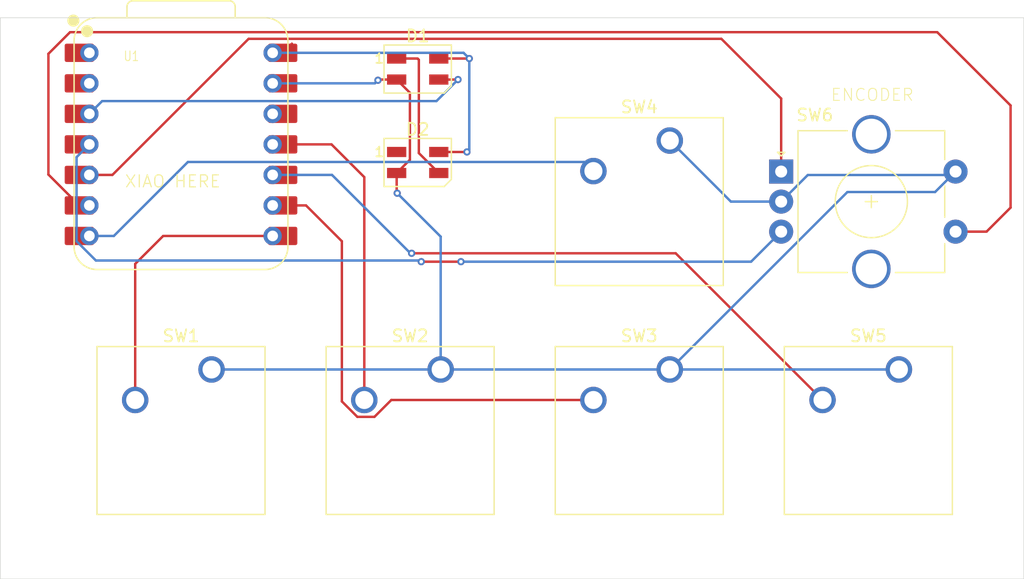
<source format=kicad_pcb>
(kicad_pcb (version 20241229) (generator "pcbnew") (generator_version "9.0")
  (layers (0 "F.Cu" signal) (2 "B.Cu" signal) (13 "F.Paste" user) (15 "B.Paste" user) (5 "F.SilkS" user "F.Silkscreen") (7 "B.SilkS" user "B.Silkscreen") (1 "F.Mask" user) (3 "B.Mask" user) (25 "Edge.Cuts" user))
  (net 0 "")
  (net 1 "Net-(D1-DIN)")
  (net 2 "GND")
  (net 3 "Net-(D1-DOUT)")
  (net 4 "+5V")
  (net 5 "Net-(U1-GPIO1{slash}RX)")
  (net 6 "Net-(U1-GPIO3{slash}MOSI)")
  (net 7 "Net-(U1-GPIO2{slash}SCK)")
  (net 8 "Net-(U1-GPIO4{slash}MISO)")
  (net 10 "Net-(U1-GPIO0{slash}TX)")
  (net 12 "Net-(U1-GPIO7{slash}SCL)")
  (net 13 "Net-(U1-GPIO29{slash}ADC3{slash}A3)")
  (net 14 "Net-(U1-GPIO6{slash}SDA)")
  (footprint "Rotary_Encoder:RotaryEncoder_Alps_EC11E-Switch_Vertical_H20mm_CircularMountingHoles" (layer "F.Cu") (at 173.725 35.6)
    (property "Reference" "SW6" (at 2.8 -4.7 0) (layer "F.SilkS"))
    (property "Value" "RotaryEncoder_Switch")
    (fp_line (start -0.3 -1.6) (end 0.3 -1.6) (stroke (width 0.12)) (layer "F.SilkS"))
    (fp_line (start 0 -1.3) (end -0.3 -1.6) (stroke (width 0.12)) (layer "F.SilkS"))
    (fp_line (start 0.3 -1.6) (end 0 -1.3) (stroke (width 0.12)) (layer "F.SilkS"))
    (fp_line (start 1.4 -3.4) (end 1.4 8.4) (stroke (width 0.12)) (layer "F.SilkS"))
    (fp_line (start 5.5 -3.4) (end 1.4 -3.4) (stroke (width 0.12)) (layer "F.SilkS"))
    (fp_line (start 5.5 8.4) (end 1.4 8.4) (stroke (width 0.12)) (layer "F.SilkS"))
    (fp_line (start 7 2.5) (end 8 2.5) (stroke (width 0.12)) (layer "F.SilkS"))
    (fp_line (start 7.5 2) (end 7.5 3) (stroke (width 0.12)) (layer "F.SilkS"))
    (fp_line (start 9.5 -3.4) (end 13.6 -3.4) (stroke (width 0.12)) (layer "F.SilkS"))
    (fp_line (start 13.6 -3.4) (end 13.6 -1) (stroke (width 0.12)) (layer "F.SilkS"))
    (fp_line (start 13.6 1.2) (end 13.6 3.8) (stroke (width 0.12)) (layer "F.SilkS"))
    (fp_line (start 13.6 6) (end 13.6 8.4) (stroke (width 0.12)) (layer "F.SilkS"))
    (fp_line (start 13.6 8.4) (end 9.5 8.4) (stroke (width 0.12)) (layer "F.SilkS"))
    (fp_circle (center 7.5 2.5) (end 10.5 2.5) (stroke (width 0.12)) (fill no) (layer "F.SilkS"))
    (pad "A" thru_hole rect (at 0 0) (size 2 2) (drill 1) (layers "*.Cu" "*.Mask") (net 14 "Net-(U1-GPIO6{slash}SDA)"))
    (pad "B" thru_hole circle (at 0 5) (size 2 2) (drill 1) (layers "*.Cu" "*.Mask") (net 13 "Net-(U1-GPIO29{slash}ADC3{slash}A3)"))
    (pad "C" thru_hole circle (at 0 2.5) (size 2 2) (drill 1) (layers "*.Cu" "*.Mask") (net 2 "GND"))
    (pad "MP" thru_hole circle (at 7.5 -3.1) (size 3.2 3.2) (drill 2.6) (layers "*.Cu" "*.Mask"))
    (pad "MP" thru_hole circle (at 7.5 8.1) (size 3.2 3.2) (drill 2.6) (layers "*.Cu" "*.Mask"))
    (pad "S1" thru_hole circle (at 14.5 5) (size 2 2) (drill 1) (layers "*.Cu" "*.Mask") (net 12 "Net-(U1-GPIO7{slash}SCL)"))
    (pad "S2" thru_hole circle (at 14.5 0) (size 2 2) (drill 1) (layers "*.Cu" "*.Mask") (net 2 "GND"))
  )
  (footprint "LED_SMD:LED_SK6812MINI_PLCC4_3.5x3.5mm_P1.75mm" (layer "F.Cu") (at 143.50625 27.06875)
    (property "Reference" "D1" (at 0 -2.75 0) (layer "F.SilkS"))
    (property "Value" "SK6812MINI")
    (fp_line (start -2.8 -2) (end -2.8 2) (stroke (width 0.12)) (layer "F.SilkS"))
    (fp_line (start -2.8 -2) (end 2.8 -2) (stroke (width 0.12)) (layer "F.SilkS"))
    (fp_line (start -2.8 2) (end 2.2 2) (stroke (width 0.12)) (layer "F.SilkS"))
    (fp_line (start 2.8 1.4) (end 2.2 2) (stroke (width 0.12)) (layer "F.SilkS"))
    (fp_line (start 2.8 1.4) (end 2.8 -2) (stroke (width 0.12)) (layer "F.SilkS"))
    (fp_text user "1" (at -3.2 -0.875 0) (layer "F.SilkS") (effects (font (size 0.8 0.8))))
    (pad "1" smd rect (at -1.75 -0.875) (size 1.6 0.85) (layers "F.Cu" "F.Mask" "F.Paste") (net 3 "Net-(D1-DOUT)"))
    (pad "2" smd rect (at -1.75 0.875) (size 1.6 0.85) (layers "F.Cu" "F.Mask" "F.Paste") (net 2 "GND"))
    (pad "3" smd rect (at 1.75 0.875) (size 1.6 0.85) (layers "F.Cu" "F.Mask" "F.Paste") (net 1 "Net-(D1-DIN)"))
    (pad "4" smd rect (at 1.75 -0.875) (size 1.6 0.85) (layers "F.Cu" "F.Mask" "F.Paste") (net 4 "+5V"))
  )
  (footprint "Button_Switch_Keyboard:SW_Cherry_MX_1.00u_PCB" (layer "F.Cu") (at 126.365 52.07)
    (property "Reference" "SW1" (at -2.54 -2.794 0) (layer "F.SilkS"))
    (property "Value" "SW_Push")
    (fp_line (start -9.525 -1.905) (end 4.445 -1.905) (stroke (width 0.12)) (layer "F.SilkS"))
    (fp_line (start -9.525 12.065) (end -9.525 -1.905) (stroke (width 0.12)) (layer "F.SilkS"))
    (fp_line (start 4.445 -1.905) (end 4.445 12.065) (stroke (width 0.12)) (layer "F.SilkS"))
    (fp_line (start 4.445 12.065) (end -9.525 12.065) (stroke (width 0.12)) (layer "F.SilkS"))
    (pad "" np_thru_hole circle (at -7.62 5.08) (size 1.7 1.7) (drill 1.7) (layers "*.Cu" "*.Mask"))
    (pad "" np_thru_hole circle (at -2.54 5.08) (size 4 4) (drill 4) (layers "*.Cu" "*.Mask"))
    (pad "" np_thru_hole circle (at 2.54 5.08) (size 1.7 1.7) (drill 1.7) (layers "*.Cu" "*.Mask"))
    (pad "1" thru_hole circle (at 0 0) (size 2.2 2.2) (drill 1.5) (layers "*.Cu" "*.Mask") (net 2 "GND"))
    (pad "2" thru_hole circle (at -6.35 2.54) (size 2.2 2.2) (drill 1.5) (layers "*.Cu" "*.Mask") (net 5 "Net-(U1-GPIO1{slash}RX)"))
  )
  (footprint "Button_Switch_Keyboard:SW_Cherry_MX_1.00u_PCB" (layer "F.Cu") (at 145.415 52.07)
    (property "Reference" "SW2" (at -2.54 -2.794 0) (layer "F.SilkS"))
    (property "Value" "SW_Push")
    (fp_line (start -9.525 -1.905) (end 4.445 -1.905) (stroke (width 0.12)) (layer "F.SilkS"))
    (fp_line (start -9.525 12.065) (end -9.525 -1.905) (stroke (width 0.12)) (layer "F.SilkS"))
    (fp_line (start 4.445 -1.905) (end 4.445 12.065) (stroke (width 0.12)) (layer "F.SilkS"))
    (fp_line (start 4.445 12.065) (end -9.525 12.065) (stroke (width 0.12)) (layer "F.SilkS"))
    (pad "" np_thru_hole circle (at -7.62 5.08) (size 1.7 1.7) (drill 1.7) (layers "*.Cu" "*.Mask"))
    (pad "" np_thru_hole circle (at -2.54 5.08) (size 4 4) (drill 4) (layers "*.Cu" "*.Mask"))
    (pad "" np_thru_hole circle (at 2.54 5.08) (size 1.7 1.7) (drill 1.7) (layers "*.Cu" "*.Mask"))
    (pad "1" thru_hole circle (at 0 0) (size 2.2 2.2) (drill 1.5) (layers "*.Cu" "*.Mask") (net 2 "GND"))
    (pad "2" thru_hole circle (at -6.35 2.54) (size 2.2 2.2) (drill 1.5) (layers "*.Cu" "*.Mask") (net 6 "Net-(U1-GPIO3{slash}MOSI)"))
  )
  (footprint "Button_Switch_Keyboard:SW_Cherry_MX_1.00u_PCB" (layer "F.Cu") (at 183.515 52.07)
    (property "Reference" "SW5" (at -2.54 -2.794 0) (layer "F.SilkS"))
    (property "Value" "SW_Push")
    (fp_line (start -9.525 -1.905) (end 4.445 -1.905) (stroke (width 0.12)) (layer "F.SilkS"))
    (fp_line (start -9.525 12.065) (end -9.525 -1.905) (stroke (width 0.12)) (layer "F.SilkS"))
    (fp_line (start 4.445 -1.905) (end 4.445 12.065) (stroke (width 0.12)) (layer "F.SilkS"))
    (fp_line (start 4.445 12.065) (end -9.525 12.065) (stroke (width 0.12)) (layer "F.SilkS"))
    (pad "" np_thru_hole circle (at -7.62 5.08) (size 1.7 1.7) (drill 1.7) (layers "*.Cu" "*.Mask"))
    (pad "" np_thru_hole circle (at -2.54 5.08) (size 4 4) (drill 4) (layers "*.Cu" "*.Mask"))
    (pad "" np_thru_hole circle (at 2.54 5.08) (size 1.7 1.7) (drill 1.7) (layers "*.Cu" "*.Mask"))
    (pad "1" thru_hole circle (at 0 0) (size 2.2 2.2) (drill 1.5) (layers "*.Cu" "*.Mask") (net 2 "GND"))
    (pad "2" thru_hole circle (at -6.35 2.54) (size 2.2 2.2) (drill 1.5) (layers "*.Cu" "*.Mask") (net 8 "Net-(U1-GPIO4{slash}MISO)"))
  )
  (footprint "Button_Switch_Keyboard:SW_Cherry_MX_1.00u_PCB" (layer "F.Cu") (at 164.465 33.02)
    (property "Reference" "SW4" (at -2.54 -2.794 0) (layer "F.SilkS"))
    (property "Value" "SW_Push")
    (fp_line (start -9.525 -1.905) (end 4.445 -1.905) (stroke (width 0.12)) (layer "F.SilkS"))
    (fp_line (start -9.525 12.065) (end -9.525 -1.905) (stroke (width 0.12)) (layer "F.SilkS"))
    (fp_line (start 4.445 -1.905) (end 4.445 12.065) (stroke (width 0.12)) (layer "F.SilkS"))
    (fp_line (start 4.445 12.065) (end -9.525 12.065) (stroke (width 0.12)) (layer "F.SilkS"))
    (pad "" np_thru_hole circle (at -7.62 5.08) (size 1.7 1.7) (drill 1.7) (layers "*.Cu" "*.Mask"))
    (pad "" np_thru_hole circle (at -2.54 5.08) (size 4 4) (drill 4) (layers "*.Cu" "*.Mask"))
    (pad "" np_thru_hole circle (at 2.54 5.08) (size 1.7 1.7) (drill 1.7) (layers "*.Cu" "*.Mask"))
    (pad "1" thru_hole circle (at 0 0) (size 2.2 2.2) (drill 1.5) (layers "*.Cu" "*.Mask") (net 2 "GND"))
    (pad "2" thru_hole circle (at -6.35 2.54) (size 2.2 2.2) (drill 1.5) (layers "*.Cu" "*.Mask") (net 10 "Net-(U1-GPIO0{slash}TX)"))
  )
  (footprint "Button_Switch_Keyboard:SW_Cherry_MX_1.00u_PCB" (layer "F.Cu") (at 164.465 52.07)
    (property "Reference" "SW3" (at -2.54 -2.794 0) (layer "F.SilkS"))
    (property "Value" "SW_Push")
    (fp_line (start -9.525 -1.905) (end 4.445 -1.905) (stroke (width 0.12)) (layer "F.SilkS"))
    (fp_line (start -9.525 12.065) (end -9.525 -1.905) (stroke (width 0.12)) (layer "F.SilkS"))
    (fp_line (start 4.445 -1.905) (end 4.445 12.065) (stroke (width 0.12)) (layer "F.SilkS"))
    (fp_line (start 4.445 12.065) (end -9.525 12.065) (stroke (width 0.12)) (layer "F.SilkS"))
    (pad "" np_thru_hole circle (at -7.62 5.08) (size 1.7 1.7) (drill 1.7) (layers "*.Cu" "*.Mask"))
    (pad "" np_thru_hole circle (at -2.54 5.08) (size 4 4) (drill 4) (layers "*.Cu" "*.Mask"))
    (pad "" np_thru_hole circle (at 2.54 5.08) (size 1.7 1.7) (drill 1.7) (layers "*.Cu" "*.Mask"))
    (pad "1" thru_hole circle (at 0 0) (size 2.2 2.2) (drill 1.5) (layers "*.Cu" "*.Mask") (net 2 "GND"))
    (pad "2" thru_hole circle (at -6.35 2.54) (size 2.2 2.2) (drill 1.5) (layers "*.Cu" "*.Mask") (net 7 "Net-(U1-GPIO2{slash}SCK)"))
  )
  (footprint "OPL:XIAO-RP2040-DIP" (layer "F.Cu") (at 123.825 33.3375)
    (property "Reference" "U1" (at -4.125 -7.3375 0) (layer "F.SilkS") (effects (font (size 0.8 0.635) (thickness 0.08))))
    (property "Value" "XIAO-RP2040-DIP")
    (fp_line (start -8.89 8.509) (end -8.89 -8.636) (stroke (width 0.127)) (layer "F.SilkS"))
    (fp_line (start -6.985 10.414) (end 6.985 10.414) (stroke (width 0.127)) (layer "F.SilkS"))
    (fp_line (start -4.495 -10.541) (end -4.491272 -11.451272) (stroke (width 0.127)) (layer "F.SilkS"))
    (fp_line (start -3.991272 -11.951) (end 4.004 -11.951) (stroke (width 0.127)) (layer "F.SilkS"))
    (fp_line (start 4.504 -11.451) (end 4.504 -10.541) (stroke (width 0.127)) (layer "F.SilkS"))
    (fp_line (start 6.985 -10.541) (end -6.985 -10.541) (stroke (width 0.1)) (layer "F.SilkS"))
    (fp_line (start 6.985 -10.541) (end -6.985 -10.541) (stroke (width 0.127)) (layer "F.SilkS"))
    (fp_line (start 8.89 8.509) (end 8.89 -8.636) (stroke (width 0.127)) (layer "F.SilkS"))
    (fp_arc (start -8.89 -8.636) (mid -8.332038 -9.983038) (end -6.985 -10.541) (stroke (width 0.127)) (layer "F.SilkS"))
    (fp_arc (start -6.985 10.414) (mid -8.332038 9.856038) (end -8.89 8.509) (stroke (width 0.127)) (layer "F.SilkS"))
    (fp_arc (start -4.491272 -11.451272) (mid -4.344728 -11.80464) (end -3.991272 -11.951) (stroke (width 0.127)) (layer "F.SilkS"))
    (fp_arc (start 4.004 -11.951) (mid 4.357553 -11.804553) (end 4.504 -11.451) (stroke (width 0.127)) (layer "F.SilkS"))
    (fp_arc (start 6.985 -10.541) (mid 8.332038 -9.983038) (end 8.89 -8.636) (stroke (width 0.127)) (layer "F.SilkS"))
    (fp_arc (start 8.89 8.509) (mid 8.332038 9.856038) (end 6.985 10.414) (stroke (width 0.127)) (layer "F.SilkS"))
    (fp_circle (center -8.95 -10.3) (end -8.95 -10.554) (stroke (width 0.5)) (fill yes) (layer "F.SilkS"))
    (fp_circle (center -7.807 -9.42) (end -7.807 -9.674) (stroke (width 0.5)) (fill yes) (layer "F.SilkS"))
    (pad "1" smd roundrect (at -8.455 -7.62 180) (size 2.432 1.524) (layers "F.Cu" "F.Mask") (roundrect_rratio 0.1))
    (pad "1" thru_hole circle (at -7.62 -7.62 180) (size 1.524 1.524) (drill 0.889) (layers "*.Cu" "*.Mask"))
    (pad "2" smd roundrect (at -8.455 -5.08 180) (size 2.432 1.524) (layers "F.Cu" "F.Mask") (roundrect_rratio 0.1))
    (pad "2" thru_hole circle (at -7.62 -5.08 180) (size 1.524 1.524) (drill 0.889) (layers "*.Cu" "*.Mask"))
    (pad "3" smd roundrect (at -8.455 -2.54 180) (size 2.432 1.524) (layers "F.Cu" "F.Mask") (roundrect_rratio 0.1) (net 1 "Net-(D1-DIN)"))
    (pad "3" thru_hole circle (at -7.62 -2.54 180) (size 1.524 1.524) (drill 0.889) (layers "*.Cu" "*.Mask") (net 1 "Net-(D1-DIN)"))
    (pad "4" smd roundrect (at -8.455 0 180) (size 2.432 1.524) (layers "F.Cu" "F.Mask") (roundrect_rratio 0.1) (net 13 "Net-(U1-GPIO29{slash}ADC3{slash}A3)"))
    (pad "4" thru_hole circle (at -7.62 0 180) (size 1.524 1.524) (drill 0.889) (layers "*.Cu" "*.Mask") (net 13 "Net-(U1-GPIO29{slash}ADC3{slash}A3)"))
    (pad "5" smd roundrect (at -8.455 2.54 180) (size 2.432 1.524) (layers "F.Cu" "F.Mask") (roundrect_rratio 0.1) (net 14 "Net-(U1-GPIO6{slash}SDA)"))
    (pad "5" thru_hole circle (at -7.62 2.54 180) (size 1.524 1.524) (drill 0.889) (layers "*.Cu" "*.Mask") (net 14 "Net-(U1-GPIO6{slash}SDA)"))
    (pad "6" smd roundrect (at -8.455 5.08 180) (size 2.432 1.524) (layers "F.Cu" "F.Mask") (roundrect_rratio 0.1) (net 12 "Net-(U1-GPIO7{slash}SCL)"))
    (pad "6" thru_hole circle (at -7.62 5.08 180) (size 1.524 1.524) (drill 0.889) (layers "*.Cu" "*.Mask") (net 12 "Net-(U1-GPIO7{slash}SCL)"))
    (pad "7" smd roundrect (at -8.455 7.62 180) (size 2.432 1.524) (layers "F.Cu" "F.Mask") (roundrect_rratio 0.1) (net 10 "Net-(U1-GPIO0{slash}TX)"))
    (pad "7" thru_hole circle (at -7.62 7.62 180) (size 1.524 1.524) (drill 0.889) (layers "*.Cu" "*.Mask") (net 10 "Net-(U1-GPIO0{slash}TX)"))
    (pad "8" thru_hole circle (at 7.62 7.62) (size 1.524 1.524) (drill 0.889) (layers "*.Cu" "*.Mask") (net 5 "Net-(U1-GPIO1{slash}RX)"))
    (pad "8" smd roundrect (at 8.455 7.62) (size 2.432 1.524) (layers "F.Cu" "F.Mask") (roundrect_rratio 0.1) (net 5 "Net-(U1-GPIO1{slash}RX)"))
    (pad "9" thru_hole circle (at 7.62 5.08) (size 1.524 1.524) (drill 0.889) (layers "*.Cu" "*.Mask") (net 7 "Net-(U1-GPIO2{slash}SCK)"))
    (pad "9" smd roundrect (at 8.455 5.08) (size 2.432 1.524) (layers "F.Cu" "F.Mask") (roundrect_rratio 0.1) (net 7 "Net-(U1-GPIO2{slash}SCK)"))
    (pad "10" thru_hole circle (at 7.62 2.54) (size 1.524 1.524) (drill 0.889) (layers "*.Cu" "*.Mask") (net 8 "Net-(U1-GPIO4{slash}MISO)"))
    (pad "10" smd roundrect (at 8.455 2.54) (size 2.432 1.524) (layers "F.Cu" "F.Mask") (roundrect_rratio 0.1) (net 8 "Net-(U1-GPIO4{slash}MISO)"))
    (pad "11" thru_hole circle (at 7.62 0) (size 1.524 1.524) (drill 0.889) (layers "*.Cu" "*.Mask") (net 6 "Net-(U1-GPIO3{slash}MOSI)"))
    (pad "11" smd roundrect (at 8.455 0) (size 2.432 1.524) (layers "F.Cu" "F.Mask") (roundrect_rratio 0.1) (net 6 "Net-(U1-GPIO3{slash}MOSI)"))
    (pad "12" thru_hole circle (at 7.62 -2.54) (size 1.524 1.524) (drill 0.889) (layers "*.Cu" "*.Mask"))
    (pad "12" smd roundrect (at 8.455 -2.54) (size 2.432 1.524) (layers "F.Cu" "F.Mask") (roundrect_rratio 0.1))
    (pad "13" thru_hole circle (at 7.62 -5.08) (size 1.524 1.524) (drill 0.889) (layers "*.Cu" "*.Mask") (net 2 "GND"))
    (pad "13" smd roundrect (at 8.455 -5.08) (size 2.432 1.524) (layers "F.Cu" "F.Mask") (roundrect_rratio 0.1) (net 2 "GND"))
    (pad "14" thru_hole circle (at 7.62 -7.62) (size 1.524 1.524) (drill 0.889) (layers "*.Cu" "*.Mask") (net 4 "+5V"))
    (pad "14" smd roundrect (at 8.455 -7.62) (size 2.432 1.524) (layers "F.Cu" "F.Mask") (roundrect_rratio 0.1) (net 4 "+5V"))
  )
  (footprint "LED_SMD:LED_SK6812MINI_PLCC4_3.5x3.5mm_P1.75mm" (layer "F.Cu") (at 143.50625 34.84375)
    (property "Reference" "D2" (at 0 -2.75 0) (layer "F.SilkS"))
    (property "Value" "SK6812MINI")
    (fp_line (start -2.8 -2) (end -2.8 2) (stroke (width 0.12)) (layer "F.SilkS"))
    (fp_line (start -2.8 -2) (end 2.8 -2) (stroke (width 0.12)) (layer "F.SilkS"))
    (fp_line (start -2.8 2) (end 2.2 2) (stroke (width 0.12)) (layer "F.SilkS"))
    (fp_line (start 2.8 1.4) (end 2.2 2) (stroke (width 0.12)) (layer "F.SilkS"))
    (fp_line (start 2.8 1.4) (end 2.8 -2) (stroke (width 0.12)) (layer "F.SilkS"))
    (fp_text user "1" (at -3.2 -0.875 0) (layer "F.SilkS") (effects (font (size 0.8 0.8))))
    (pad "1" smd rect (at -1.75 -0.875) (size 1.6 0.85) (layers "F.Cu" "F.Mask" "F.Paste"))
    (pad "2" smd rect (at -1.75 0.875) (size 1.6 0.85) (layers "F.Cu" "F.Mask" "F.Paste") (net 2 "GND"))
    (pad "3" smd rect (at 1.75 0.875) (size 1.6 0.85) (layers "F.Cu" "F.Mask" "F.Paste") (net 3 "Net-(D1-DOUT)"))
    (pad "4" smd rect (at 1.75 -0.875) (size 1.6 0.85) (layers "F.Cu" "F.Mask" "F.Paste") (net 4 "+5V"))
  )
  (gr_rect (start 108.8 22.8) (end 193.9 69.5) (stroke (width 0.05)) (fill no) (layer "Edge.Cuts"))
  (gr_text "ENCODER" (at 177.8 29.8 0) (layer "F.SilkS") (effects (font (size 1 1) (thickness 0.08)) (justify left bottom)))
  (gr_text "XIAO HERE" (at 119.1 37 0) (layer "F.SilkS") (effects (font (size 1 1) (thickness 0.1)) (justify left bottom)))
  (segment (start 145.25625 27.94375) (end 146.85625 27.94375) (width 0.2) (layer "F.Cu") (net 1))
  (segment (start 146.85625 27.94375) (end 146.9 27.9) (width 0.2) (layer "F.Cu") (net 1))
  (via (at 146.85625 27.94375) (size 0.6) (drill 0.3) (layers "F.Cu" "B.Cu") (net 1))
  (segment (start 117.268 29.7345) (end 116.205 30.7975) (width 0.2) (layer "B.Cu") (net 1))
  (segment (start 146.85625 27.94375) (end 145.0655 29.7345) (width 0.2) (layer "B.Cu") (net 1))
  (segment (start 145.0655 29.7345) (end 117.268 29.7345) (width 0.2) (layer "B.Cu") (net 1))
  (segment (start 132.59375 27.94375) (end 132.28 28.2575) (width 0.2) (layer "F.Cu") (net 2))
  (segment (start 141.75625 27.94375) (end 140.25625 27.94375) (width 0.2) (layer "F.Cu") (net 2))
  (segment (start 141.75625 35.71875) (end 141.75625 37.35625) (width 0.2) (layer "F.Cu") (net 2))
  (segment (start 141.75625 35.71875) (end 142.85725 34.61775) (width 0.2) (layer "F.Cu") (net 2))
  (segment (start 142.85725 34.61775) (end 142.85725 29.04475) (width 0.2) (layer "F.Cu") (net 2))
  (segment (start 140.25625 27.94375) (end 140.2 28) (width 0.2) (layer "F.Cu") (net 2))
  (segment (start 141.75625 37.35625) (end 141.8 37.4) (width 0.2) (layer "F.Cu") (net 2))
  (segment (start 142.85725 29.04475) (end 141.75625 27.94375) (width 0.2) (layer "F.Cu") (net 2))
  (via (at 140.2 28) (size 0.6) (drill 0.3) (layers "F.Cu" "B.Cu") (net 2))
  (via (at 141.8 37.4) (size 0.6) (drill 0.3) (layers "F.Cu" "B.Cu") (net 2))
  (segment (start 164.465 52.07) (end 183.515 52.07) (width 0.2) (layer "B.Cu") (net 2))
  (segment (start 169.545 38.1) (end 173.725 38.1) (width 0.2) (layer "B.Cu") (net 2))
  (segment (start 164.465 33.02) (end 169.545 38.1) (width 0.2) (layer "B.Cu") (net 2))
  (segment (start 126.365 52.07) (end 145.415 52.07) (width 0.2) (layer "B.Cu") (net 2))
  (segment (start 140.2 28) (end 139.9425 28.2575) (width 0.2) (layer "B.Cu") (net 2))
  (segment (start 175.94145 35.88355) (end 187.94145 35.88355) (width 0.2) (layer "B.Cu") (net 2))
  (segment (start 139.9425 28.2575) (end 131.445 28.2575) (width 0.2) (layer "B.Cu") (net 2))
  (segment (start 186.525 37.3) (end 187.94145 35.88355) (width 0.2) (layer "B.Cu") (net 2))
  (segment (start 164.465 52.07) (end 179.235 37.3) (width 0.2) (layer "B.Cu") (net 2))
  (segment (start 173.725 38.1) (end 175.94145 35.88355) (width 0.2) (layer "B.Cu") (net 2))
  (segment (start 179.235 37.3) (end 186.525 37.3) (width 0.2) (layer "B.Cu") (net 2))
  (segment (start 164.465 52.07) (end 145.415 52.07) (width 0.2) (layer "B.Cu") (net 2))
  (segment (start 141.8 37.4) (end 145.415 41.015) (width 0.2) (layer "B.Cu") (net 2))
  (segment (start 145.415 41.015) (end 145.415 52.07) (width 0.2) (layer "B.Cu") (net 2))
  (segment (start 143.49375 26.19375) (end 141.75625 26.19375) (width 0.2) (layer "F.Cu") (net 3))
  (segment (start 143.6 26.3) (end 143.49375 26.19375) (width 0.2) (layer "F.Cu") (net 3))
  (segment (start 145.25625 35.71875) (end 143.6 34.0625) (width 0.2) (layer "F.Cu") (net 3))
  (segment (start 143.6 34.0625) (end 143.6 26.3) (width 0.2) (layer "F.Cu") (net 3))
  (segment (start 147.66875 33.96875) (end 147.7 34) (width 0.2) (layer "F.Cu") (net 4))
  (segment (start 133.042 24.9555) (end 132.28 25.7175) (width 0.2) (layer "F.Cu") (net 4))
  (segment (start 145.25625 33.96875) (end 147.6 33.96875) (width 0.2) (layer "F.Cu") (net 4))
  (segment (start 147.6 33.96875) (end 147.66875 33.96875) (width 0.2) (layer "F.Cu") (net 4))
  (segment (start 147.79375 26.19375) (end 147.8 26.2) (width 0.2) (layer "F.Cu") (net 4))
  (segment (start 145.25625 26.19375) (end 147.79375 26.19375) (width 0.2) (layer "F.Cu") (net 4))
  (via (at 147.79375 26.19375) (size 0.6) (drill 0.3) (layers "F.Cu" "B.Cu") (net 4))
  (via (at 147.6 33.96875) (size 0.6) (drill 0.3) (layers "F.Cu" "B.Cu") (net 4))
  (segment (start 147.3175 25.7175) (end 131.445 25.7175) (width 0.2) (layer "B.Cu") (net 4))
  (segment (start 147.6 33.96875) (end 147.79375 33.775) (width 0.2) (layer "B.Cu") (net 4))
  (segment (start 147.79375 26.19375) (end 147.3175 25.7175) (width 0.2) (layer "B.Cu") (net 4))
  (segment (start 147.79375 33.775) (end 147.79375 26.19375) (width 0.2) (layer "B.Cu") (net 4))
  (segment (start 122.3425 40.9575) (end 131.445 40.9575) (width 0.2) (layer "F.Cu") (net 5))
  (segment (start 120.015 54.61) (end 120.015 43.285) (width 0.2) (layer "F.Cu") (net 5))
  (segment (start 120.015 43.285) (end 122.3425 40.9575) (width 0.2) (layer "F.Cu") (net 5))
  (segment (start 136.3375 33.3375) (end 132.28 33.3375) (width 0.2) (layer "F.Cu") (net 6))
  (segment (start 139.065 36.065) (end 136.3375 33.3375) (width 0.2) (layer "F.Cu") (net 6))
  (segment (start 139.065 54.61) (end 139.065 36.065) (width 0.2) (layer "F.Cu") (net 6))
  (segment (start 141.31 54.61) (end 139.909 56.011) (width 0.2) (layer "F.Cu") (net 7))
  (segment (start 134.2175 38.4175) (end 132.28 38.4175) (width 0.2) (layer "F.Cu") (net 7))
  (segment (start 158.115 54.61) (end 141.31 54.61) (width 0.2) (layer "F.Cu") (net 7))
  (segment (start 139.909 56.011) (end 138.484686 56.011) (width 0.2) (layer "F.Cu") (net 7))
  (segment (start 137.2 41.4) (end 134.2175 38.4175) (width 0.2) (layer "F.Cu") (net 7))
  (segment (start 137.2 54.726314) (end 137.2 41.4) (width 0.2) (layer "F.Cu") (net 7))
  (segment (start 138.484686 56.011) (end 137.2 54.726314) (width 0.2) (layer "F.Cu") (net 7))
  (segment (start 177.165 54.61) (end 164.955 42.4) (width 0.2) (layer "F.Cu") (net 8))
  (segment (start 164.955 42.4) (end 143 42.4) (width 0.2) (layer "F.Cu") (net 8))
  (via (at 143 42.4) (size 0.6) (drill 0.3) (layers "F.Cu" "B.Cu") (net 8))
  (segment (start 142.9 42.4) (end 136.3775 35.8775) (width 0.2) (layer "B.Cu") (net 8))
  (segment (start 136.3775 35.8775) (end 131.445 35.8775) (width 0.2) (layer "B.Cu") (net 8))
  (segment (start 143 42.4) (end 142.9 42.4) (width 0.2) (layer "B.Cu") (net 8))
  (segment (start 118.2425 40.9575) (end 116.205 40.9575) (width 0.2) (layer "B.Cu") (net 10))
  (segment (start 157.355 34.8) (end 124.4 34.8) (width 0.2) (layer "B.Cu") (net 10))
  (segment (start 158.115 35.56) (end 157.355 34.8) (width 0.2) (layer "B.Cu") (net 10))
  (segment (start 124.4 34.8) (end 118.2425 40.9575) (width 0.2) (layer "B.Cu") (net 10))
  (segment (start 186.7 24) (end 114.6 24) (width 0.2) (layer "F.Cu") (net 12))
  (segment (start 112.8 25.8) (end 112.8 35.8475) (width 0.2) (layer "F.Cu") (net 12))
  (segment (start 192.8 30.1) (end 186.7 24) (width 0.2) (layer "F.Cu") (net 12))
  (segment (start 188.225 40.6) (end 190.8 40.6) (width 0.2) (layer "F.Cu") (net 12))
  (segment (start 114.6 24) (end 112.8 25.8) (width 0.2) (layer "F.Cu") (net 12))
  (segment (start 192.8 38.6) (end 192.8 30.1) (width 0.2) (layer "F.Cu") (net 12))
  (segment (start 112.8 35.8475) (end 115.37 38.4175) (width 0.2) (layer "F.Cu") (net 12))
  (segment (start 190.8 40.6) (end 192.8 38.6) (width 0.2) (layer "F.Cu") (net 12))
  (segment (start 147.1 43.1) (end 143.8 43.1) (width 0.2) (layer "F.Cu") (net 13))
  (via (at 147.1 43.1) (size 0.6) (drill 0.3) (layers "F.Cu" "B.Cu") (net 13))
  (via (at 143.8 43.1) (size 0.6) (drill 0.3) (layers "F.Cu" "B.Cu") (net 13))
  (segment (start 147.1 43.1) (end 147 43.1) (width 0.2) (layer "B.Cu") (net 13))
  (segment (start 143.701 43.001) (end 143.8 43.1) (width 0.2) (layer "B.Cu") (net 13))
  (segment (start 171.225 43.1) (end 147.1 43.1) (width 0.2) (layer "B.Cu") (net 13))
  (segment (start 116.74519 43.001) (end 143.701 43.001) (width 0.2) (layer "B.Cu") (net 13))
  (segment (start 115.142 34.4005) (end 116.205 33.3375) (width 0.2) (layer "B.Cu") (net 13))
  (segment (start 115.142 41.39781) (end 115.142 34.4005) (width 0.2) (layer "B.Cu") (net 13))
  (segment (start 116.74519 43.001) (end 115.142 41.39781) (width 0.2) (layer "B.Cu") (net 13))
  (segment (start 173.725 40.6) (end 171.225 43.1) (width 0.2) (layer "B.Cu") (net 13))
  (segment (start 173.725 35.6) (end 173.725 29.525) (width 0.2) (layer "F.Cu") (net 14))
  (segment (start 129.4455 24.5545) (end 118.1225 35.8775) (width 0.2) (layer "F.Cu") (net 14))
  (segment (start 118.1225 35.8775) (end 116.205 35.8775) (width 0.2) (layer "F.Cu") (net 14))
  (segment (start 173.725 29.525) (end 168.7545 24.5545) (width 0.2) (layer "F.Cu") (net 14))
  (segment (start 168.7545 24.5545) (end 129.4455 24.5545) (width 0.2) (layer "F.Cu") (net 14))
)
</source>
